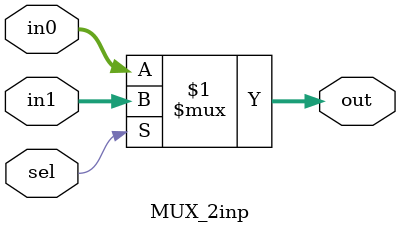
<source format=v>
`timescale 1ns / 1ps


module MUX_2inp(
    input [31:0] in0, 
    input [31:0] in1,
    input sel,
    output [31:0] out
    );
  
    assign out = sel? in1: in0;

endmodule

</source>
